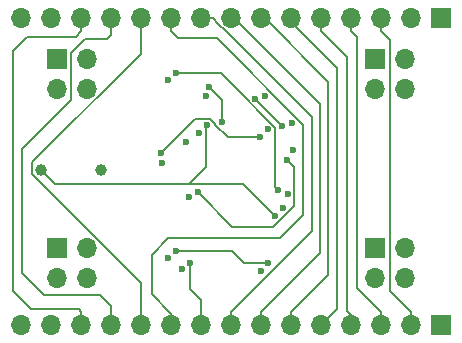
<source format=gbl>
%TF.GenerationSoftware,KiCad,Pcbnew,7.0.9*%
%TF.CreationDate,2023-11-22T14:13:55-05:00*%
%TF.ProjectId,comm_v0p6,636f6d6d-5f76-4307-9036-2e6b69636164,rev?*%
%TF.SameCoordinates,Original*%
%TF.FileFunction,Copper,L4,Bot*%
%TF.FilePolarity,Positive*%
%FSLAX46Y46*%
G04 Gerber Fmt 4.6, Leading zero omitted, Abs format (unit mm)*
G04 Created by KiCad (PCBNEW 7.0.9) date 2023-11-22 14:13:55*
%MOMM*%
%LPD*%
G01*
G04 APERTURE LIST*
%TA.AperFunction,ComponentPad*%
%ADD10R,1.700000X1.700000*%
%TD*%
%TA.AperFunction,ComponentPad*%
%ADD11O,1.700000X1.700000*%
%TD*%
%TA.AperFunction,ViaPad*%
%ADD12C,0.600000*%
%TD*%
%TA.AperFunction,ViaPad*%
%ADD13C,1.000000*%
%TD*%
%TA.AperFunction,Conductor*%
%ADD14C,0.200000*%
%TD*%
G04 APERTURE END LIST*
D10*
%TO.P,J4,1,Pin_1*%
%TO.N,+5V*%
X55230000Y-62230000D03*
D11*
%TO.P,J4,2,Pin_2*%
%TO.N,/B1_CS0*%
X57770000Y-62230000D03*
%TO.P,J4,3,Pin_3*%
%TO.N,/B1_SCK*%
X55230000Y-64770000D03*
%TO.P,J4,4,Pin_4*%
%TO.N,/RESET_DRV0*%
X57770000Y-64770000D03*
%TD*%
D10*
%TO.P,J6,1,Pin_1*%
%TO.N,/B1_MOSI*%
X82230000Y-62230000D03*
D11*
%TO.P,J6,2,Pin_2*%
%TO.N,unconnected-(J6-Pin_2-Pad2)*%
X84770000Y-62230000D03*
%TO.P,J6,3,Pin_3*%
%TO.N,/B1_CS2*%
X82230000Y-64770000D03*
%TO.P,J6,4,Pin_4*%
%TO.N,/RESET_DRV2*%
X84770000Y-64770000D03*
%TD*%
D10*
%TO.P,J5,1,Pin_1*%
%TO.N,/B1_MISO*%
X55230000Y-78230000D03*
D11*
%TO.P,J5,2,Pin_2*%
%TO.N,/B1_CS1*%
X57770000Y-78230000D03*
%TO.P,J5,3,Pin_3*%
%TO.N,unconnected-(J5-Pin_3-Pad3)*%
X55230000Y-80770000D03*
%TO.P,J5,4,Pin_4*%
%TO.N,/RESET_DRV1*%
X57770000Y-80770000D03*
%TD*%
D10*
%TO.P,J7,1,Pin_1*%
%TO.N,/RESET_DRV3*%
X82230000Y-78230000D03*
D11*
%TO.P,J7,2,Pin_2*%
%TO.N,/B1_CS3*%
X84770000Y-78230000D03*
%TO.P,J7,3,Pin_3*%
%TO.N,GND*%
X82230000Y-80770000D03*
%TO.P,J7,4,Pin_4*%
%TO.N,unconnected-(J7-Pin_4-Pad4)*%
X84770000Y-80770000D03*
%TD*%
D10*
%TO.P,J1,1,Pin_1*%
%TO.N,/EXT_INT0*%
X87780000Y-84700000D03*
D11*
%TO.P,J1,2,Pin_2*%
%TO.N,/B0_CS7*%
X85240000Y-84700000D03*
%TO.P,J1,3,Pin_3*%
%TO.N,/B0_CS6*%
X82700000Y-84700000D03*
%TO.P,J1,4,Pin_4*%
%TO.N,/B0_CS5*%
X80160000Y-84700000D03*
%TO.P,J1,5,Pin_5*%
%TO.N,/B0_CS4*%
X77620000Y-84700000D03*
%TO.P,J1,6,Pin_6*%
%TO.N,/B0_CS3*%
X75080000Y-84700000D03*
%TO.P,J1,7,Pin_7*%
%TO.N,/B0_CS2*%
X72540000Y-84700000D03*
%TO.P,J1,8,Pin_8*%
%TO.N,/B0_CS1*%
X70000000Y-84700000D03*
%TO.P,J1,9,Pin_9*%
%TO.N,/B0_CS0*%
X67460000Y-84700000D03*
%TO.P,J1,10,Pin_10*%
%TO.N,/B0_MISO*%
X64920000Y-84700000D03*
%TO.P,J1,11,Pin_11*%
%TO.N,/B0_MOSI*%
X62380000Y-84700000D03*
%TO.P,J1,12,Pin_12*%
%TO.N,/B0_SCK*%
X59840000Y-84700000D03*
%TO.P,J1,13,Pin_13*%
%TO.N,/RESET_MSTR*%
X57300000Y-84700000D03*
%TO.P,J1,14,Pin_14*%
%TO.N,GND*%
X54760000Y-84700000D03*
%TO.P,J1,15,Pin_15*%
%TO.N,+5V*%
X52220000Y-84700000D03*
%TD*%
D10*
%TO.P,J2,1,Pin_1*%
%TO.N,/EXT_INT0*%
X87780000Y-58750000D03*
D11*
%TO.P,J2,2,Pin_2*%
%TO.N,unconnected-(J2-Pin_2-Pad2)*%
X85240000Y-58750000D03*
%TO.P,J2,3,Pin_3*%
%TO.N,/B0_CS7*%
X82700000Y-58750000D03*
%TO.P,J2,4,Pin_4*%
%TO.N,/B0_CS6*%
X80160000Y-58750000D03*
%TO.P,J2,5,Pin_5*%
%TO.N,/B0_CS5*%
X77620000Y-58750000D03*
%TO.P,J2,6,Pin_6*%
%TO.N,/B0_CS4*%
X75080000Y-58750000D03*
%TO.P,J2,7,Pin_7*%
%TO.N,/B0_CS3*%
X72540000Y-58750000D03*
%TO.P,J2,8,Pin_8*%
%TO.N,/B0_CS2*%
X70000000Y-58750000D03*
%TO.P,J2,9,Pin_9*%
%TO.N,/B0_CS1*%
X67460000Y-58750000D03*
%TO.P,J2,10,Pin_10*%
%TO.N,/B0_MISO*%
X64920000Y-58750000D03*
%TO.P,J2,11,Pin_11*%
%TO.N,/B0_MOSI*%
X62380000Y-58750000D03*
%TO.P,J2,12,Pin_12*%
%TO.N,/B0_SCK*%
X59840000Y-58750000D03*
%TO.P,J2,13,Pin_13*%
%TO.N,/RESET_MSTR*%
X57300000Y-58750000D03*
%TO.P,J2,14,Pin_14*%
%TO.N,GND*%
X54760000Y-58750000D03*
%TO.P,J2,15,Pin_15*%
%TO.N,+5V*%
X52220000Y-58750000D03*
%TD*%
D12*
%TO.N,+5V*%
X67995800Y-67808700D03*
D13*
X53924200Y-71628000D03*
D12*
X73710800Y-75514200D03*
%TO.N,/B0_CS0*%
X66497200Y-79451200D03*
%TO.N,/B1_CS2*%
X67173537Y-73488410D03*
X74761800Y-70731500D03*
%TO.N,/B1_CS3*%
X73126600Y-79502000D03*
X65303400Y-78486000D03*
%TO.N,/B1_MISO*%
X72446600Y-68779500D03*
X64055100Y-70131200D03*
%TO.N,/B1_SCK*%
X68148200Y-64566800D03*
X69231300Y-67520500D03*
%TO.N,/RESET_DRV0*%
X65328800Y-63398400D03*
X73985900Y-73268300D03*
%TO.N,/RESET_MSTR*%
X72062400Y-65557400D03*
X74345800Y-67843400D03*
%TO.N,GND*%
X72898000Y-65354200D03*
X64643000Y-79070200D03*
X74786900Y-73609200D03*
X72542400Y-80137000D03*
X67843400Y-65354200D03*
X64643000Y-64008000D03*
X74396600Y-74803000D03*
X64185800Y-71018400D03*
D13*
X58978800Y-71628000D03*
D12*
X75260200Y-69926200D03*
X65862200Y-80010000D03*
X66446400Y-73914000D03*
X75189144Y-67609656D03*
X66167000Y-69215000D03*
X73098294Y-68160406D03*
X67310000Y-68478400D03*
%TD*%
D14*
%TO.N,+5V*%
X55092600Y-72796400D02*
X53924200Y-71628000D01*
X67900894Y-71316506D02*
X66421000Y-72796400D01*
X66421000Y-72796400D02*
X55092600Y-72796400D01*
X70993000Y-72796400D02*
X73710800Y-75514200D01*
X66421000Y-72796400D02*
X70993000Y-72796400D01*
X67900894Y-67903606D02*
X67900894Y-71316506D01*
X67995800Y-67808700D02*
X67900894Y-67903606D01*
%TO.N,/B0_CS0*%
X66497200Y-79451200D02*
X66497200Y-81635600D01*
X66497200Y-81635600D02*
X67460000Y-82598400D01*
X67460000Y-82598400D02*
X67460000Y-84700000D01*
%TO.N,/B0_CS1*%
X68452800Y-58750000D02*
X68900000Y-59197200D01*
X76835000Y-67132200D02*
X76835000Y-76764900D01*
X67460000Y-58750000D02*
X68452800Y-58750000D01*
X69552800Y-59850000D02*
X76835000Y-67132200D01*
X69544365Y-59850000D02*
X69552800Y-59850000D01*
X70000000Y-83599900D02*
X70000000Y-84700000D01*
X68900000Y-59197200D02*
X68900000Y-59205635D01*
X68900000Y-59205635D02*
X69544365Y-59850000D01*
X76835000Y-76764900D02*
X70000000Y-83599900D01*
%TO.N,/B0_CS2*%
X72540000Y-83599900D02*
X72540000Y-84700000D01*
X70000000Y-58750000D02*
X70256200Y-58750000D01*
X70256200Y-58750000D02*
X77546200Y-66040000D01*
X77546200Y-66040000D02*
X77546200Y-78593700D01*
X77546200Y-78593700D02*
X72540000Y-83599900D01*
%TO.N,/B0_CS3*%
X72847000Y-58750000D02*
X78206600Y-64109600D01*
X75080000Y-83599900D02*
X75080000Y-84700000D01*
X78206600Y-64109600D02*
X78206600Y-80473300D01*
X78206600Y-80473300D02*
X75080000Y-83599900D01*
X72540000Y-58750000D02*
X72847000Y-58750000D01*
%TO.N,/B0_CS4*%
X78994000Y-83326000D02*
X77620000Y-84700000D01*
X75080000Y-58750000D02*
X75080000Y-59027200D01*
X75080000Y-59027200D02*
X78994000Y-62941200D01*
X78994000Y-62941200D02*
X78994000Y-83326000D01*
%TO.N,/B0_CS5*%
X77620000Y-58750000D02*
X77620000Y-59850100D01*
X80160000Y-83893800D02*
X80160000Y-84700000D01*
X77620000Y-59850100D02*
X79832200Y-62062300D01*
X79832200Y-62062300D02*
X79832200Y-83566000D01*
X79832200Y-83566000D02*
X80160000Y-83893800D01*
%TO.N,/B0_CS6*%
X80670400Y-60360500D02*
X80670400Y-81570300D01*
X80160000Y-58750000D02*
X80160000Y-59850100D01*
X80160000Y-59850100D02*
X80670400Y-60360500D01*
X82700000Y-83599900D02*
X82700000Y-84700000D01*
X80670400Y-81570300D02*
X82700000Y-83599900D01*
%TO.N,/B0_CS7*%
X82700000Y-58750000D02*
X82700000Y-59850100D01*
X82700000Y-59850100D02*
X83477900Y-60628000D01*
X85240000Y-84700000D02*
X85240000Y-83599900D01*
X83477900Y-60628000D02*
X83477900Y-81837800D01*
X83477900Y-81837800D02*
X85240000Y-83599900D01*
%TO.N,/B0_MISO*%
X74142600Y-77393800D02*
X64668400Y-77393800D01*
X64920000Y-58750000D02*
X64920000Y-59840000D01*
X64920000Y-59840000D02*
X65532000Y-60452000D01*
X63271400Y-82118200D02*
X64920000Y-83766800D01*
X64920000Y-83766800D02*
X64920000Y-84700000D01*
X76123800Y-75412600D02*
X74142600Y-77393800D01*
X68808600Y-60452000D02*
X76123800Y-67767200D01*
X76123800Y-67767200D02*
X76123800Y-75412600D01*
X63271400Y-78790800D02*
X63271400Y-82118200D01*
X64668400Y-77393800D02*
X63271400Y-78790800D01*
X65532000Y-60452000D02*
X68808600Y-60452000D01*
%TO.N,/B0_MOSI*%
X53159200Y-70958200D02*
X53159200Y-71947400D01*
X62380000Y-81168200D02*
X62380000Y-84700000D01*
X62380000Y-61737400D02*
X53159200Y-70958200D01*
X62380000Y-58750000D02*
X62380000Y-61737400D01*
X53159200Y-71947400D02*
X62380000Y-81168200D01*
%TO.N,/B0_SCK*%
X57632600Y-60502800D02*
X59537600Y-60502800D01*
X59840000Y-84700000D02*
X59840000Y-83106400D01*
X59537600Y-60502800D02*
X59840000Y-60200400D01*
X52298600Y-80289400D02*
X52298600Y-69799200D01*
X54178200Y-82169000D02*
X52298600Y-80289400D01*
X56461800Y-61673600D02*
X57632600Y-60502800D01*
X56461800Y-65636000D02*
X56461800Y-61673600D01*
X59840000Y-60200400D02*
X59840000Y-58750000D01*
X58902600Y-82169000D02*
X54178200Y-82169000D01*
X59840000Y-83106400D02*
X58902600Y-82169000D01*
X52298600Y-69799200D02*
X56461800Y-65636000D01*
%TO.N,/B1_CS2*%
X67173537Y-73498137D02*
X70104000Y-76428600D01*
X67173537Y-73488410D02*
X67173537Y-73498137D01*
X75336400Y-71306100D02*
X74761800Y-70731500D01*
X75336400Y-74666418D02*
X75336400Y-71306100D01*
X73574218Y-76428600D02*
X75336400Y-74666418D01*
X70104000Y-76428600D02*
X73574218Y-76428600D01*
%TO.N,/B1_CS3*%
X65303400Y-78486000D02*
X70078600Y-78486000D01*
X70078600Y-78486000D02*
X71094600Y-79502000D01*
X71094600Y-79502000D02*
X73126600Y-79502000D01*
%TO.N,/B1_MISO*%
X68681300Y-67748318D02*
X69712482Y-68779500D01*
X68224400Y-67259200D02*
X68681300Y-67716100D01*
X64055100Y-70131200D02*
X66927100Y-67259200D01*
X66927100Y-67259200D02*
X68224400Y-67259200D01*
X68681300Y-67716100D02*
X68681300Y-67748318D01*
X69712482Y-68779500D02*
X72446600Y-68779500D01*
%TO.N,/B1_SCK*%
X68148200Y-64566800D02*
X69231300Y-65649900D01*
X69231300Y-65649900D02*
X69231300Y-67520500D01*
%TO.N,/RESET_DRV0*%
X73736200Y-73018600D02*
X73985900Y-73268300D01*
X69180018Y-63398400D02*
X70069800Y-64288182D01*
X70069800Y-64288182D02*
X70069800Y-64354800D01*
X73736200Y-68021200D02*
X73736200Y-73018600D01*
X65328800Y-63398400D02*
X69180018Y-63398400D01*
X70069800Y-64354800D02*
X73736200Y-68021200D01*
%TO.N,/RESET_MSTR*%
X52755800Y-60299600D02*
X56845200Y-60299600D01*
X56845200Y-60299600D02*
X57300000Y-59844800D01*
X74345800Y-67843400D02*
X74345800Y-67840800D01*
X51511200Y-81813400D02*
X51511200Y-61544200D01*
X57300000Y-83589000D02*
X57099200Y-83388200D01*
X51511200Y-61544200D02*
X52755800Y-60299600D01*
X57099200Y-83388200D02*
X53086000Y-83388200D01*
X57300000Y-84700000D02*
X57300000Y-83589000D01*
X74345800Y-67840800D02*
X72062400Y-65557400D01*
X57300000Y-59844800D02*
X57300000Y-58750000D01*
X53086000Y-83388200D02*
X51511200Y-81813400D01*
%TD*%
M02*

</source>
